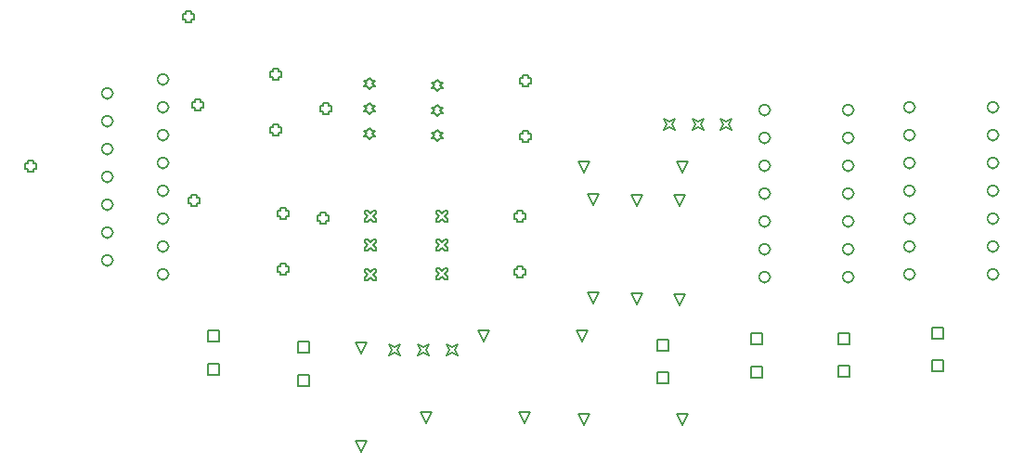
<source format=gbr>
%TF.GenerationSoftware,Altium Limited,Altium Designer,25.8.1 (18)*%
G04 Layer_Color=2752767*
%FSLAX45Y45*%
%MOMM*%
%TF.SameCoordinates,5194DE87-2E3A-4D0E-B7FB-1F2D01658319*%
%TF.FilePolarity,Positive*%
%TF.FileFunction,Drawing*%
%TF.Part,Single*%
G01*
G75*
%TA.AperFunction,NonConductor*%
%ADD31C,0.12700*%
%ADD54C,0.16933*%
D31*
X8712200Y6083300D02*
Y6184900D01*
X8813800D01*
Y6083300D01*
X8712200D01*
Y5783300D02*
Y5884900D01*
X8813800D01*
Y5783300D01*
X8712200D01*
X11214100Y6197600D02*
Y6299200D01*
X11315700D01*
Y6197600D01*
X11214100D01*
X10363200Y6146800D02*
Y6248400D01*
X10464800D01*
Y6146800D01*
X10363200D01*
X9563100Y6142000D02*
Y6243600D01*
X9664700D01*
Y6142000D01*
X9563100D01*
X8026400Y6172200D02*
X7975600Y6273800D01*
X8077200D01*
X8026400Y6172200D01*
X8128000Y7415100D02*
X8077200Y7516700D01*
X8178800D01*
X8128000Y7415100D01*
X6705600Y8001000D02*
X6731000Y8026400D01*
X6756400D01*
X6731000Y8051800D01*
X6756400Y8077200D01*
X6731000D01*
X6705600Y8102600D01*
X6680200Y8077200D01*
X6654800D01*
X6680200Y8051800D01*
X6654800Y8026400D01*
X6680200D01*
X6705600Y8001000D01*
X6083300Y8013700D02*
X6108700Y8039100D01*
X6134100D01*
X6108700Y8064500D01*
X6134100Y8089900D01*
X6108700D01*
X6083300Y8115300D01*
X6057900Y8089900D01*
X6032500D01*
X6057900Y8064500D01*
X6032500Y8039100D01*
X6057900D01*
X6083300Y8013700D01*
X6787800Y6045200D02*
X6813200Y6096000D01*
X6787800Y6146800D01*
X6838600Y6121400D01*
X6889400Y6146800D01*
X6864000Y6096000D01*
X6889400Y6045200D01*
X6838600Y6070600D01*
X6787800Y6045200D01*
X9289700Y8102700D02*
X9315100Y8153500D01*
X9289700Y8204300D01*
X9340500Y8178900D01*
X9391300Y8204300D01*
X9365900Y8153500D01*
X9391300Y8102700D01*
X9340500Y8128100D01*
X9289700Y8102700D01*
X7480300Y8521700D02*
Y8496300D01*
X7531100D01*
Y8521700D01*
X7556500D01*
Y8572500D01*
X7531100D01*
Y8597900D01*
X7480300D01*
Y8572500D01*
X7454900D01*
Y8521700D01*
X7480300D01*
X5207000Y8585200D02*
Y8559800D01*
X5257800D01*
Y8585200D01*
X5283200D01*
Y8636000D01*
X5257800D01*
Y8661400D01*
X5207000D01*
Y8636000D01*
X5181600D01*
Y8585200D01*
X5207000D01*
X5435600Y5765800D02*
Y5867400D01*
X5537200D01*
Y5765800D01*
X5435600D01*
X4610100Y5867400D02*
Y5969000D01*
X4711700D01*
Y5867400D01*
X4610100D01*
X9563100Y5842000D02*
Y5943600D01*
X9664700D01*
Y5842000D01*
X9563100D01*
X10363200Y5846800D02*
Y5948400D01*
X10464800D01*
Y5846800D01*
X10363200D01*
X11214100Y5897600D02*
Y5999200D01*
X11315700D01*
Y5897600D01*
X11214100D01*
X8769700Y8102700D02*
X8795100Y8153500D01*
X8769700Y8204300D01*
X8820500Y8178900D01*
X8871300Y8204300D01*
X8845900Y8153500D01*
X8871300Y8102700D01*
X8820500Y8128100D01*
X8769700Y8102700D01*
X9029700D02*
X9055100Y8153500D01*
X9029700Y8204300D01*
X9080500Y8178900D01*
X9131300Y8204300D01*
X9105900Y8153500D01*
X9131300Y8102700D01*
X9080500Y8128100D01*
X9029700Y8102700D01*
X8939100Y5410200D02*
X8888300Y5511800D01*
X8989900D01*
X8939100Y5410200D01*
X8039100D02*
X7988300Y5511800D01*
X8089900D01*
X8039100Y5410200D01*
X6604000Y5422900D02*
X6553200Y5524500D01*
X6654800D01*
X6604000Y5422900D01*
X7504000D02*
X7453200Y5524500D01*
X7554800D01*
X7504000Y5422900D01*
X6527800Y6045200D02*
X6553200Y6096000D01*
X6527800Y6146800D01*
X6578600Y6121400D01*
X6629400Y6146800D01*
X6604000Y6096000D01*
X6629400Y6045200D01*
X6578600Y6070600D01*
X6527800Y6045200D01*
X8939100Y7708900D02*
X8888300Y7810500D01*
X8989900D01*
X8939100Y7708900D01*
X7126400Y6172200D02*
X7075600Y6273800D01*
X7177200D01*
X7126400Y6172200D01*
X6705600Y8458200D02*
X6731000Y8483600D01*
X6756400D01*
X6731000Y8509000D01*
X6756400Y8534400D01*
X6731000D01*
X6705600Y8559800D01*
X6680200Y8534400D01*
X6654800D01*
X6680200Y8509000D01*
X6654800Y8483600D01*
X6680200D01*
X6705600Y8458200D01*
X8915400Y7402400D02*
X8864600Y7504000D01*
X8966200D01*
X8915400Y7402400D01*
X6267800Y6045200D02*
X6293200Y6096000D01*
X6267800Y6146800D01*
X6318600Y6121400D01*
X6369400Y6146800D01*
X6344000Y6096000D01*
X6369400Y6045200D01*
X6318600Y6070600D01*
X6267800Y6045200D01*
X6045200Y7259000D02*
X6070600D01*
X6096000Y7284400D01*
X6121400Y7259000D01*
X6146800D01*
Y7284400D01*
X6121400Y7309800D01*
X6146800Y7335200D01*
Y7360600D01*
X6121400D01*
X6096000Y7335200D01*
X6070600Y7360600D01*
X6045200D01*
Y7335200D01*
X6070600Y7309800D01*
X6045200Y7284400D01*
Y7259000D01*
X6007100Y6057900D02*
X5956300Y6159500D01*
X6057900D01*
X6007100Y6057900D01*
X5435600Y6065800D02*
Y6167400D01*
X5537200D01*
Y6065800D01*
X5435600D01*
X7429500Y6781800D02*
Y6756400D01*
X7480300D01*
Y6781800D01*
X7505700D01*
Y6832600D01*
X7480300D01*
Y6858000D01*
X7429500D01*
Y6832600D01*
X7404100D01*
Y6781800D01*
X7429500D01*
X6007100Y5157900D02*
X5956300Y5259500D01*
X6057900D01*
X6007100Y5157900D01*
X8039100Y7708900D02*
X7988300Y7810500D01*
X8089900D01*
X8039100Y7708900D01*
X6692900Y6733700D02*
X6718300D01*
X6743700Y6759100D01*
X6769100Y6733700D01*
X6794500D01*
Y6759100D01*
X6769100Y6784500D01*
X6794500Y6809900D01*
Y6835300D01*
X6769100D01*
X6743700Y6809900D01*
X6718300Y6835300D01*
X6692900D01*
Y6809900D01*
X6718300Y6784500D01*
X6692900Y6759100D01*
Y6733700D01*
X6045200Y6731000D02*
X6070600D01*
X6096000Y6756400D01*
X6121400Y6731000D01*
X6146800D01*
Y6756400D01*
X6121400Y6781800D01*
X6146800Y6807200D01*
Y6832600D01*
X6121400D01*
X6096000Y6807200D01*
X6070600Y6832600D01*
X6045200D01*
Y6807200D01*
X6070600Y6781800D01*
X6045200Y6756400D01*
Y6731000D01*
X4610100Y6167400D02*
Y6269000D01*
X4711700D01*
Y6167400D01*
X4610100D01*
X5270500Y6807200D02*
Y6781800D01*
X5321300D01*
Y6807200D01*
X5346700D01*
Y6858000D01*
X5321300D01*
Y6883400D01*
X5270500D01*
Y6858000D01*
X5245100D01*
Y6807200D01*
X5270500D01*
Y7315200D02*
Y7289800D01*
X5321300D01*
Y7315200D01*
X5346700D01*
Y7366000D01*
X5321300D01*
Y7391400D01*
X5270500D01*
Y7366000D01*
X5245100D01*
Y7315200D01*
X5270500D01*
X6083300Y8470900D02*
X6108700Y8496300D01*
X6134100D01*
X6108700Y8521700D01*
X6134100Y8547100D01*
X6108700D01*
X6083300Y8572500D01*
X6057900Y8547100D01*
X6032500D01*
X6057900Y8521700D01*
X6032500Y8496300D01*
X6057900D01*
X6083300Y8470900D01*
Y8242300D02*
X6108700Y8267700D01*
X6134100D01*
X6108700Y8293100D01*
X6134100Y8318500D01*
X6108700D01*
X6083300Y8343900D01*
X6057900Y8318500D01*
X6032500D01*
X6057900Y8293100D01*
X6032500Y8267700D01*
X6057900D01*
X6083300Y8242300D01*
X7429500Y7289800D02*
Y7264400D01*
X7480300D01*
Y7289800D01*
X7505700D01*
Y7340600D01*
X7480300D01*
Y7366000D01*
X7429500D01*
Y7340600D01*
X7404100D01*
Y7289800D01*
X7429500D01*
X6705600Y8229600D02*
X6731000Y8255000D01*
X6756400D01*
X6731000Y8280400D01*
X6756400Y8305800D01*
X6731000D01*
X6705600Y8331200D01*
X6680200Y8305800D01*
X6654800D01*
X6680200Y8280400D01*
X6654800Y8255000D01*
X6680200D01*
X6705600Y8229600D01*
X8915400Y6502400D02*
X8864600Y6604000D01*
X8966200D01*
X8915400Y6502400D01*
X6045200Y6995000D02*
X6070600D01*
X6096000Y7020400D01*
X6121400Y6995000D01*
X6146800D01*
Y7020400D01*
X6121400Y7045800D01*
X6146800Y7071200D01*
Y7096600D01*
X6121400D01*
X6096000Y7071200D01*
X6070600Y7096600D01*
X6045200D01*
Y7071200D01*
X6070600Y7045800D01*
X6045200Y7020400D01*
Y6995000D01*
X6692900Y7261700D02*
X6718300D01*
X6743700Y7287100D01*
X6769100Y7261700D01*
X6794500D01*
Y7287100D01*
X6769100Y7312500D01*
X6794500Y7337900D01*
Y7363300D01*
X6769100D01*
X6743700Y7337900D01*
X6718300Y7363300D01*
X6692900D01*
Y7337900D01*
X6718300Y7312500D01*
X6692900Y7287100D01*
Y7261700D01*
Y6997700D02*
X6718300D01*
X6743700Y7023100D01*
X6769100Y6997700D01*
X6794500D01*
Y7023100D01*
X6769100Y7048500D01*
X6794500Y7073900D01*
Y7099300D01*
X6769100D01*
X6743700Y7073900D01*
X6718300Y7099300D01*
X6692900D01*
Y7073900D01*
X6718300Y7048500D01*
X6692900Y7023100D01*
Y6997700D01*
X7480300Y8013700D02*
Y7988300D01*
X7531100D01*
Y8013700D01*
X7556500D01*
Y8064500D01*
X7531100D01*
Y8089900D01*
X7480300D01*
Y8064500D01*
X7454900D01*
Y8013700D01*
X7480300D01*
X5207000Y8077200D02*
Y8051800D01*
X5257800D01*
Y8077200D01*
X5283200D01*
Y8128000D01*
X5257800D01*
Y8153400D01*
X5207000D01*
Y8128000D01*
X5181600D01*
Y8077200D01*
X5207000D01*
X8128000Y6515100D02*
X8077200Y6616700D01*
X8178800D01*
X8128000Y6515100D01*
X8521700Y6504100D02*
X8470900Y6605700D01*
X8572500D01*
X8521700Y6504100D01*
Y7404100D02*
X8470900Y7505700D01*
X8572500D01*
X8521700Y7404100D01*
X4457700Y7429500D02*
Y7404100D01*
X4508500D01*
Y7429500D01*
X4533900D01*
Y7480300D01*
X4508500D01*
Y7505700D01*
X4457700D01*
Y7480300D01*
X4432300D01*
Y7429500D01*
X4457700D01*
X5639829Y7265625D02*
Y7240225D01*
X5690629D01*
Y7265625D01*
X5716029D01*
Y7316425D01*
X5690629D01*
Y7341825D01*
X5639829D01*
Y7316425D01*
X5614429D01*
Y7265625D01*
X5639829D01*
X5664200Y8267700D02*
Y8242300D01*
X5715000D01*
Y8267700D01*
X5740400D01*
Y8318500D01*
X5715000D01*
Y8343900D01*
X5664200D01*
Y8318500D01*
X5638800D01*
Y8267700D01*
X5664200D01*
X4495800Y8305800D02*
Y8280400D01*
X4546600D01*
Y8305800D01*
X4572000D01*
Y8356600D01*
X4546600D01*
Y8382000D01*
X4495800D01*
Y8356600D01*
X4470400D01*
Y8305800D01*
X4495800D01*
X4406900Y9105900D02*
Y9080500D01*
X4457700D01*
Y9105900D01*
X4483100D01*
Y9156700D01*
X4457700D01*
Y9182100D01*
X4406900D01*
Y9156700D01*
X4381500D01*
Y9105900D01*
X4406900D01*
X2971800Y7747000D02*
Y7721600D01*
X3022600D01*
Y7747000D01*
X3048000D01*
Y7797800D01*
X3022600D01*
Y7823200D01*
X2971800D01*
Y7797800D01*
X2946400D01*
Y7747000D01*
X2971800D01*
D54*
X11823700Y6781800D02*
G03*
X11823700Y6781800I-50800J0D01*
G01*
X10502900Y6756400D02*
G03*
X10502900Y6756400I-50800J0D01*
G01*
X4254500Y7797800D02*
G03*
X4254500Y7797800I-50800J0D01*
G01*
X3746500Y7670800D02*
G03*
X3746500Y7670800I-50800J0D01*
G01*
X10502900Y7010400D02*
G03*
X10502900Y7010400I-50800J0D01*
G01*
Y7264400D02*
G03*
X10502900Y7264400I-50800J0D01*
G01*
Y7772400D02*
G03*
X10502900Y7772400I-50800J0D01*
G01*
Y8026400D02*
G03*
X10502900Y8026400I-50800J0D01*
G01*
X9740900Y8280400D02*
G03*
X9740900Y8280400I-50800J0D01*
G01*
X11823700Y7035800D02*
G03*
X11823700Y7035800I-50800J0D01*
G01*
Y7543800D02*
G03*
X11823700Y7543800I-50800J0D01*
G01*
Y8051800D02*
G03*
X11823700Y8051800I-50800J0D01*
G01*
X11061700Y8305800D02*
G03*
X11061700Y8305800I-50800J0D01*
G01*
Y7797800D02*
G03*
X11061700Y7797800I-50800J0D01*
G01*
Y7289800D02*
G03*
X11061700Y7289800I-50800J0D01*
G01*
X9740900Y8026400D02*
G03*
X9740900Y8026400I-50800J0D01*
G01*
X3746500Y7162800D02*
G03*
X3746500Y7162800I-50800J0D01*
G01*
X10502900Y8280400D02*
G03*
X10502900Y8280400I-50800J0D01*
G01*
Y7518400D02*
G03*
X10502900Y7518400I-50800J0D01*
G01*
X9740900Y7772400D02*
G03*
X9740900Y7772400I-50800J0D01*
G01*
Y7518400D02*
G03*
X9740900Y7518400I-50800J0D01*
G01*
Y7264400D02*
G03*
X9740900Y7264400I-50800J0D01*
G01*
Y7010400D02*
G03*
X9740900Y7010400I-50800J0D01*
G01*
Y6756400D02*
G03*
X9740900Y6756400I-50800J0D01*
G01*
X11823700Y8305800D02*
G03*
X11823700Y8305800I-50800J0D01*
G01*
Y7797800D02*
G03*
X11823700Y7797800I-50800J0D01*
G01*
Y7289800D02*
G03*
X11823700Y7289800I-50800J0D01*
G01*
X11061700Y8051800D02*
G03*
X11061700Y8051800I-50800J0D01*
G01*
Y7543800D02*
G03*
X11061700Y7543800I-50800J0D01*
G01*
Y7035800D02*
G03*
X11061700Y7035800I-50800J0D01*
G01*
Y6781800D02*
G03*
X11061700Y6781800I-50800J0D01*
G01*
X4254500D02*
G03*
X4254500Y6781800I-50800J0D01*
G01*
X3746500Y6908800D02*
G03*
X3746500Y6908800I-50800J0D01*
G01*
X4254500Y7035800D02*
G03*
X4254500Y7035800I-50800J0D01*
G01*
Y7289800D02*
G03*
X4254500Y7289800I-50800J0D01*
G01*
X3746500Y7416800D02*
G03*
X3746500Y7416800I-50800J0D01*
G01*
X4254500Y7543800D02*
G03*
X4254500Y7543800I-50800J0D01*
G01*
X3746500Y7924800D02*
G03*
X3746500Y7924800I-50800J0D01*
G01*
X4254500Y8051800D02*
G03*
X4254500Y8051800I-50800J0D01*
G01*
X3746500Y8178800D02*
G03*
X3746500Y8178800I-50800J0D01*
G01*
X4254500Y8305800D02*
G03*
X4254500Y8305800I-50800J0D01*
G01*
X3746500Y8432800D02*
G03*
X3746500Y8432800I-50800J0D01*
G01*
X4254500Y8559800D02*
G03*
X4254500Y8559800I-50800J0D01*
G01*
%TF.MD5,984fda1502b779d2607ca39f51cdf049*%
M02*

</source>
